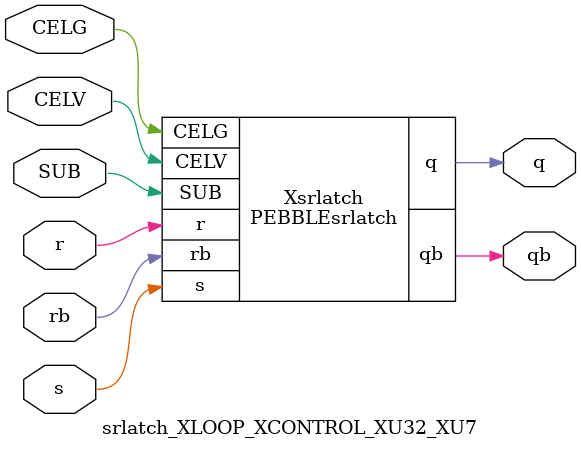
<source format=v>



module PEBBLEsrlatch ( q, qb, CELG, CELV, SUB, r, rb, s );

  input CELV;
  input s;
  output q;
  input rb;
  input r;
  input SUB;
  input CELG;
  output qb;
endmodule

//Celera Confidential Do Not Copy srlatch_XLOOP_XCONTROL_XU32_XU7
//Celera Confidential Symbol Generator
//SR Latch
module srlatch_XLOOP_XCONTROL_XU32_XU7 (CELV,CELG,s,r,rb,q,qb,SUB);
input CELV;
input CELG;
input s;
input r;
input rb;
input SUB;
output q;
output qb;

//Celera Confidential Do Not Copy srlatch
PEBBLEsrlatch Xsrlatch(
.CELV (CELV),
.r (r),
.s (s),
.q (q),
.qb (qb),
.rb (rb),
.SUB (SUB),
.CELG (CELG)
);
//,diesize,PEBBLEsrlatch

//Celera Confidential Do Not Copy Module End
//Celera Schematic Generator
endmodule

</source>
